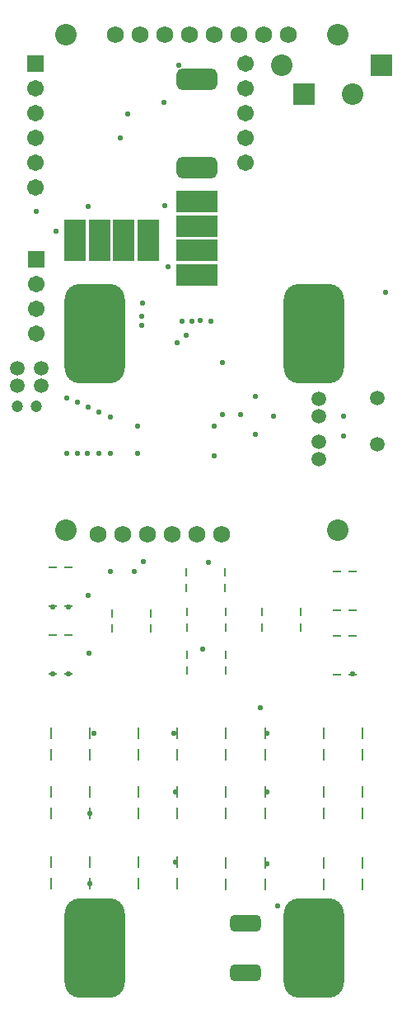
<source format=gbs>
G04*
G04 #@! TF.GenerationSoftware,Altium Limited,Altium Designer,22.11.1 (43)*
G04*
G04 Layer_Color=16711935*
%FSLAX44Y44*%
%MOMM*%
G71*
G04*
G04 #@! TF.SameCoordinates,BDB78580-9DC3-4381-8F3F-6093B5378177*
G04*
G04*
G04 #@! TF.FilePolarity,Negative*
G04*
G01*
G75*
%ADD33C,1.7272*%
%ADD37C,1.5032*%
%ADD38C,2.2032*%
%ADD39R,2.2032X2.2032*%
%ADD40R,2.2032X2.2032*%
%ADD41C,1.7032*%
%ADD42R,1.7032X1.7032*%
%ADD43C,1.2032*%
G04:AMPARAMS|DCode=45|XSize=1.7032mm|YSize=3.2032mm|CornerRadius=0.4766mm|HoleSize=0mm|Usage=FLASHONLY|Rotation=270.000|XOffset=0mm|YOffset=0mm|HoleType=Round|Shape=RoundedRectangle|*
%AMROUNDEDRECTD45*
21,1,1.7032,2.2500,0,0,270.0*
21,1,0.7500,3.2032,0,0,270.0*
1,1,0.9532,-1.1250,-0.3750*
1,1,0.9532,-1.1250,0.3750*
1,1,0.9532,1.1250,0.3750*
1,1,0.9532,1.1250,-0.3750*
%
%ADD45ROUNDEDRECTD45*%
%ADD49C,0.5842*%
%ADD74R,4.2032X2.3032*%
%ADD75R,2.3032X4.2032*%
%ADD76C,2.4032*%
G04:AMPARAMS|DCode=77|XSize=6.2032mm|YSize=10.2032mm|CornerRadius=1.6016mm|HoleSize=0mm|Usage=FLASHONLY|Rotation=0.000|XOffset=0mm|YOffset=0mm|HoleType=Round|Shape=RoundedRectangle|*
%AMROUNDEDRECTD77*
21,1,6.2032,7.0000,0,0,0.0*
21,1,3.0000,10.2032,0,0,0.0*
1,1,3.2032,1.5000,-3.5000*
1,1,3.2032,-1.5000,-3.5000*
1,1,3.2032,-1.5000,3.5000*
1,1,3.2032,1.5000,3.5000*
%
%ADD77ROUNDEDRECTD77*%
G04:AMPARAMS|DCode=78|XSize=1.2032mm|YSize=0.2032mm|CornerRadius=0mm|HoleSize=0mm|Usage=FLASHONLY|Rotation=90.000|XOffset=0mm|YOffset=0mm|HoleType=Round|Shape=RoundedRectangle|*
%AMROUNDEDRECTD78*
21,1,1.2032,0.2032,0,0,90.0*
21,1,1.2032,0.2032,0,0,90.0*
1,1,0.0000,0.1016,0.6016*
1,1,0.0000,0.1016,-0.6016*
1,1,0.0000,-0.1016,-0.6016*
1,1,0.0000,-0.1016,0.6016*
%
%ADD78ROUNDEDRECTD78*%
G04:AMPARAMS|DCode=79|XSize=4.2032mm|YSize=2.2032mm|CornerRadius=0.6016mm|HoleSize=0mm|Usage=FLASHONLY|Rotation=180.000|XOffset=0mm|YOffset=0mm|HoleType=Round|Shape=RoundedRectangle|*
%AMROUNDEDRECTD79*
21,1,4.2032,1.0000,0,0,180.0*
21,1,3.0000,2.2032,0,0,180.0*
1,1,1.2032,-1.5000,0.5000*
1,1,1.2032,1.5000,0.5000*
1,1,1.2032,1.5000,-0.5000*
1,1,1.2032,-1.5000,-0.5000*
%
%ADD79ROUNDEDRECTD79*%
G04:AMPARAMS|DCode=80|XSize=0.9032mm|YSize=0.2032mm|CornerRadius=0mm|HoleSize=0mm|Usage=FLASHONLY|Rotation=0.000|XOffset=0mm|YOffset=0mm|HoleType=Round|Shape=RoundedRectangle|*
%AMROUNDEDRECTD80*
21,1,0.9032,0.2032,0,0,0.0*
21,1,0.9032,0.2032,0,0,0.0*
1,1,0.0000,0.4516,-0.1016*
1,1,0.0000,-0.4516,-0.1016*
1,1,0.0000,-0.4516,0.1016*
1,1,0.0000,0.4516,0.1016*
%
%ADD80ROUNDEDRECTD80*%
G04:AMPARAMS|DCode=81|XSize=0.9032mm|YSize=0.2032mm|CornerRadius=0mm|HoleSize=0mm|Usage=FLASHONLY|Rotation=270.000|XOffset=0mm|YOffset=0mm|HoleType=Round|Shape=RoundedRectangle|*
%AMROUNDEDRECTD81*
21,1,0.9032,0.2032,0,0,270.0*
21,1,0.9032,0.2032,0,0,270.0*
1,1,0.0000,-0.1016,-0.4516*
1,1,0.0000,-0.1016,0.4516*
1,1,0.0000,0.1016,0.4516*
1,1,0.0000,0.1016,-0.4516*
%
%ADD81ROUNDEDRECTD81*%
D33*
X1023800Y1416000D02*
D03*
X998400D02*
D03*
X973000D02*
D03*
X947600D02*
D03*
X922200D02*
D03*
X896800D02*
D03*
X871400D02*
D03*
X846000D02*
D03*
X904800Y904000D02*
D03*
X955600D02*
D03*
X930200D02*
D03*
X879400D02*
D03*
X854000D02*
D03*
X828600D02*
D03*
D37*
X1055000Y1025000D02*
D03*
Y1043000D02*
D03*
X1115000Y1044000D02*
D03*
Y996000D02*
D03*
X770000Y1056000D02*
D03*
Y1074000D02*
D03*
X745000Y1056000D02*
D03*
Y1074000D02*
D03*
X1055000Y981000D02*
D03*
Y999000D02*
D03*
D38*
X1017000Y1385000D02*
D03*
X1090000Y1355000D02*
D03*
X1074600Y908000D02*
D03*
X795200D02*
D03*
X1074600Y1416000D02*
D03*
X795200D02*
D03*
D39*
X1120000Y1385000D02*
D03*
D40*
X1040000Y1355000D02*
D03*
D41*
X765000Y1109600D02*
D03*
Y1160400D02*
D03*
Y1135000D02*
D03*
X980000Y1284600D02*
D03*
Y1386200D02*
D03*
Y1360800D02*
D03*
Y1335400D02*
D03*
Y1310000D02*
D03*
X764100Y1360800D02*
D03*
Y1335400D02*
D03*
Y1310000D02*
D03*
Y1284600D02*
D03*
Y1259200D02*
D03*
D42*
X765000Y1185800D02*
D03*
X764100Y1386200D02*
D03*
D43*
X765000Y1035000D02*
D03*
X745000D02*
D03*
D45*
X980000Y504800D02*
D03*
Y454000D02*
D03*
D49*
X874000Y1141000D02*
D03*
X869000Y1015000D02*
D03*
X841000Y1024000D02*
D03*
X829000Y1029000D02*
D03*
X818000Y1034000D02*
D03*
X807000Y1039000D02*
D03*
X796000Y1044000D02*
D03*
X873000Y1127000D02*
D03*
X875000Y876000D02*
D03*
X944000Y1122000D02*
D03*
X933000Y1123000D02*
D03*
X925000Y1122000D02*
D03*
X911000Y1385000D02*
D03*
X785000Y1215000D02*
D03*
X1124000Y1152000D02*
D03*
X798000Y761000D02*
D03*
X782000D02*
D03*
X819000Y782000D02*
D03*
X906000Y700000D02*
D03*
X824000D02*
D03*
X873000Y1118000D02*
D03*
X1009000Y1025000D02*
D03*
X900435Y1178435D02*
D03*
X956000Y1027000D02*
D03*
X847000Y1080000D02*
D03*
X818000Y841000D02*
D03*
X820000Y618000D02*
D03*
X782000Y829000D02*
D03*
X948000Y1015000D02*
D03*
Y984000D02*
D03*
X942000Y875000D02*
D03*
X936040Y786174D02*
D03*
X869000Y987000D02*
D03*
X866000Y866000D02*
D03*
X841000D02*
D03*
X820000Y546000D02*
D03*
X841000Y987000D02*
D03*
X829000D02*
D03*
X817000D02*
D03*
X807000D02*
D03*
X796000D02*
D03*
X956000Y1080000D02*
D03*
X995000Y726000D02*
D03*
X975000Y1027000D02*
D03*
X990000Y1045000D02*
D03*
Y1006000D02*
D03*
X910000Y1100000D02*
D03*
X919000Y1108000D02*
D03*
X915000Y1122000D02*
D03*
X1052000Y1156000D02*
D03*
X1081000Y1005000D02*
D03*
Y1025000D02*
D03*
X1002000Y700000D02*
D03*
X1090000Y761000D02*
D03*
X818000Y1240000D02*
D03*
X765000Y1235000D02*
D03*
X1013000Y523000D02*
D03*
X859000Y1335000D02*
D03*
X897000Y1241000D02*
D03*
X851000Y1310000D02*
D03*
X896000Y1347000D02*
D03*
X798000Y829000D02*
D03*
X908000Y640000D02*
D03*
Y568000D02*
D03*
X1002000Y566000D02*
D03*
Y640000D02*
D03*
D74*
X930000Y1245000D02*
D03*
Y1195000D02*
D03*
Y1170000D02*
D03*
Y1220000D02*
D03*
D75*
X880000Y1205000D02*
D03*
X855000D02*
D03*
X805000D02*
D03*
X830000D02*
D03*
D76*
X1050000Y1110000D02*
Y1126304D01*
D77*
Y480000D02*
D03*
X825000Y480000D02*
D03*
Y1110000D02*
D03*
X1050000Y1110000D02*
D03*
D78*
X1100000Y545000D02*
D03*
Y567000D02*
D03*
X1060000Y545000D02*
D03*
Y567000D02*
D03*
X820000Y546000D02*
D03*
Y568000D02*
D03*
X780000Y546000D02*
D03*
Y568000D02*
D03*
X870000Y700000D02*
D03*
X1060000D02*
D03*
X960000D02*
D03*
X780000D02*
D03*
X1060000Y678000D02*
D03*
X1100000Y700000D02*
D03*
Y678000D02*
D03*
X960000D02*
D03*
X1000000Y700000D02*
D03*
Y678000D02*
D03*
X870000D02*
D03*
X910000Y700000D02*
D03*
Y678000D02*
D03*
X780000D02*
D03*
X820000Y700000D02*
D03*
Y678000D02*
D03*
X1060000Y640000D02*
D03*
Y618000D02*
D03*
X1100000Y640000D02*
D03*
Y618000D02*
D03*
X960000Y640000D02*
D03*
Y618000D02*
D03*
X1000000Y640000D02*
D03*
Y618000D02*
D03*
X870000Y640000D02*
D03*
Y618000D02*
D03*
X910000Y640000D02*
D03*
Y618000D02*
D03*
X780000Y640000D02*
D03*
Y618000D02*
D03*
X820000Y640000D02*
D03*
Y618000D02*
D03*
X960000Y567000D02*
D03*
Y545000D02*
D03*
X1000000Y567000D02*
D03*
Y545000D02*
D03*
X870000Y568000D02*
D03*
Y546000D02*
D03*
X910000Y568000D02*
D03*
Y546000D02*
D03*
D79*
X930000Y1280000D02*
D03*
Y1370000D02*
D03*
D80*
X798000Y761000D02*
D03*
X782000D02*
D03*
Y801000D02*
D03*
X798000D02*
D03*
X782000Y870000D02*
D03*
X798000D02*
D03*
X782000Y830000D02*
D03*
X798000D02*
D03*
X1074000Y800000D02*
D03*
X1090000D02*
D03*
X1074000Y760000D02*
D03*
X1090000D02*
D03*
X1074000Y866000D02*
D03*
X1090000D02*
D03*
X1074000Y826000D02*
D03*
X1090000D02*
D03*
D81*
X959000Y865000D02*
D03*
Y849000D02*
D03*
X919000Y865000D02*
D03*
Y849000D02*
D03*
X960000Y780000D02*
D03*
Y764000D02*
D03*
X920000Y780000D02*
D03*
Y764000D02*
D03*
X883000Y823000D02*
D03*
Y807000D02*
D03*
X843000Y823000D02*
D03*
Y807000D02*
D03*
X1037000Y824000D02*
D03*
Y808000D02*
D03*
X997000Y824000D02*
D03*
Y808000D02*
D03*
X920000D02*
D03*
Y824000D02*
D03*
X960000Y808000D02*
D03*
Y824000D02*
D03*
M02*

</source>
